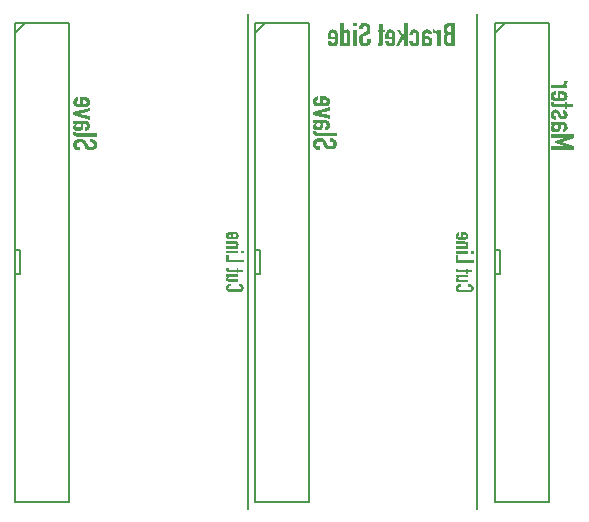
<source format=gbr>
%TF.GenerationSoftware,KiCad,Pcbnew,8.0.5*%
%TF.CreationDate,2024-10-24T14:08:13-04:00*%
%TF.ProjectId,SLI Interconnect PCB,534c4920-496e-4746-9572-636f6e6e6563,rev?*%
%TF.SameCoordinates,Original*%
%TF.FileFunction,Legend,Bot*%
%TF.FilePolarity,Positive*%
%FSLAX46Y46*%
G04 Gerber Fmt 4.6, Leading zero omitted, Abs format (unit mm)*
G04 Created by KiCad (PCBNEW 8.0.5) date 2024-10-24 14:08:13*
%MOMM*%
%LPD*%
G01*
G04 APERTURE LIST*
%ADD10C,0.150000*%
%ADD11C,0.200000*%
%ADD12C,0.152000*%
G04 APERTURE END LIST*
D10*
X157830000Y-79697500D02*
X157830000Y-121622500D01*
D11*
X159407807Y-99735541D02*
X159844751Y-99735541D01*
X159844751Y-101735541D01*
X159407807Y-101735541D01*
X159407807Y-99735541D01*
D10*
X138480000Y-79697500D02*
X138480000Y-121622500D01*
D11*
X139086702Y-99739242D02*
X139523646Y-99739242D01*
X139523646Y-101739242D01*
X139086702Y-101739242D01*
X139086702Y-99739242D01*
X118766343Y-99739539D02*
X119203912Y-99739539D01*
X119203912Y-101739539D01*
X118766343Y-101739539D01*
X118766343Y-99739539D01*
D12*
G36*
X125105631Y-90313921D02*
G01*
X125105631Y-90599685D01*
X125169623Y-90599685D01*
X125271031Y-90613596D01*
X125338150Y-90643649D01*
X125399440Y-90722074D01*
X125409469Y-90791660D01*
X125386999Y-90882030D01*
X125331311Y-90937718D01*
X125248757Y-90967027D01*
X125153014Y-90974842D01*
X125054829Y-90970935D01*
X124984975Y-90950418D01*
X124931730Y-90902547D01*
X124887766Y-90817550D01*
X124801304Y-90605059D01*
X124758932Y-90516891D01*
X124715819Y-90455582D01*
X124641495Y-90388541D01*
X124602979Y-90365701D01*
X124507580Y-90334796D01*
X124451060Y-90325157D01*
X124347866Y-90316072D01*
X124257131Y-90313921D01*
X124158429Y-90318033D01*
X124058625Y-90331657D01*
X124024612Y-90338834D01*
X123930839Y-90368952D01*
X123841430Y-90419434D01*
X123767900Y-90491918D01*
X123718820Y-90572819D01*
X123686914Y-90670435D01*
X123675063Y-90769969D01*
X123674368Y-90803384D01*
X123683405Y-90902669D01*
X123710516Y-90995359D01*
X123757162Y-91082789D01*
X123811144Y-91148255D01*
X123890176Y-91211899D01*
X123960621Y-91249860D01*
X124055722Y-91279209D01*
X124146734Y-91287473D01*
X124252735Y-91287473D01*
X124252735Y-91001709D01*
X124163831Y-91001709D01*
X124067770Y-90982144D01*
X124022658Y-90956280D01*
X123967520Y-90869937D01*
X123960132Y-90803384D01*
X123975086Y-90705161D01*
X123981137Y-90692009D01*
X124040732Y-90629972D01*
X124134521Y-90604082D01*
X124235063Y-90599793D01*
X124255666Y-90599685D01*
X124353381Y-90602461D01*
X124383649Y-90605059D01*
X124464738Y-90626552D01*
X124515052Y-90676866D01*
X124557062Y-90759909D01*
X124640593Y-90958722D01*
X124686969Y-91050252D01*
X124747381Y-91130108D01*
X124824633Y-91191392D01*
X124839895Y-91199546D01*
X124932643Y-91234310D01*
X125029882Y-91253391D01*
X125127920Y-91260368D01*
X125151060Y-91260607D01*
X125253113Y-91254059D01*
X125350443Y-91234417D01*
X125363063Y-91230809D01*
X125456730Y-91192951D01*
X125536475Y-91139951D01*
X125605018Y-91069883D01*
X125651758Y-90993405D01*
X125684364Y-90895464D01*
X125695063Y-90795740D01*
X125695233Y-90780425D01*
X125685464Y-90680774D01*
X125656154Y-90589916D01*
X125607464Y-90504667D01*
X125552595Y-90440439D01*
X125474178Y-90379281D01*
X125379705Y-90334802D01*
X125277505Y-90315033D01*
X125245338Y-90313921D01*
X125105631Y-90313921D01*
G37*
G36*
X125690837Y-90120969D02*
G01*
X125690837Y-89835205D01*
X124093489Y-89835205D01*
X123994960Y-89816502D01*
X123982114Y-89806873D01*
X123945841Y-89713313D01*
X123944012Y-89698918D01*
X123674368Y-89698918D01*
X123678780Y-89796688D01*
X123690000Y-89873796D01*
X123722497Y-89966270D01*
X123749595Y-90007152D01*
X123824633Y-90070814D01*
X123869274Y-90091660D01*
X123965203Y-90114529D01*
X124065113Y-90120941D01*
X124072972Y-90120969D01*
X125690837Y-90120969D01*
G37*
G36*
X124766625Y-88764631D02*
G01*
X124862854Y-88791311D01*
X124921289Y-88819819D01*
X125001584Y-88881681D01*
X125039136Y-88928828D01*
X125084626Y-89019923D01*
X125103660Y-89091316D01*
X125112470Y-89189427D01*
X125106392Y-89272027D01*
X125080718Y-89367236D01*
X125053676Y-89423427D01*
X124994256Y-89503035D01*
X124971922Y-89524161D01*
X124888422Y-89579574D01*
X124790992Y-89611898D01*
X124691395Y-89621249D01*
X124691395Y-89349651D01*
X124711369Y-89344437D01*
X124792023Y-89289078D01*
X124798221Y-89280287D01*
X124826706Y-89186008D01*
X124825597Y-89161896D01*
X124781277Y-89074145D01*
X124763565Y-89063520D01*
X124666971Y-89042882D01*
X124525799Y-89042882D01*
X124534103Y-89084891D01*
X124534103Y-89118597D01*
X124534103Y-89149371D01*
X124534103Y-89180635D01*
X124533845Y-89205406D01*
X124526775Y-89303122D01*
X124504794Y-89401919D01*
X124478621Y-89462117D01*
X124416378Y-89540160D01*
X124356819Y-89580057D01*
X124263482Y-89612944D01*
X124252010Y-89615310D01*
X124151992Y-89628744D01*
X124052456Y-89632484D01*
X123957768Y-89626874D01*
X123860481Y-89603175D01*
X123825554Y-89587146D01*
X123747152Y-89525505D01*
X123737070Y-89513476D01*
X123690000Y-89425854D01*
X123689038Y-89422619D01*
X123674368Y-89323272D01*
X123679274Y-89257501D01*
X123702207Y-89197732D01*
X123924473Y-89197732D01*
X123926276Y-89223028D01*
X123975764Y-89307641D01*
X124011131Y-89328249D01*
X124110097Y-89346720D01*
X124187423Y-89337446D01*
X124270809Y-89280774D01*
X124299590Y-89222679D01*
X124315261Y-89121528D01*
X124306468Y-89042882D01*
X124109609Y-89042882D01*
X124063043Y-89046127D01*
X123972833Y-89083914D01*
X123953989Y-89103219D01*
X123924473Y-89197732D01*
X123702207Y-89197732D01*
X123715889Y-89162072D01*
X123759139Y-89111916D01*
X123835080Y-89048255D01*
X123835080Y-89042882D01*
X123690000Y-89042882D01*
X123690000Y-88757117D01*
X124668436Y-88757117D01*
X124766625Y-88764631D01*
G37*
G36*
X125096838Y-87688799D02*
G01*
X123690000Y-88058094D01*
X123690000Y-88310153D01*
X125096838Y-88679937D01*
X125096838Y-88377564D01*
X124198025Y-88187055D01*
X124198025Y-88181193D01*
X125096838Y-87991172D01*
X125096838Y-87688799D01*
G37*
G36*
X124707716Y-86766544D02*
G01*
X124805617Y-86781292D01*
X124902522Y-86818434D01*
X124986929Y-86877424D01*
X125030364Y-86926621D01*
X125078764Y-87012735D01*
X125102957Y-87091353D01*
X125112470Y-87190055D01*
X125111600Y-87222891D01*
X125096753Y-87320961D01*
X125056782Y-87417690D01*
X125053297Y-87423479D01*
X124992547Y-87500122D01*
X124910237Y-87560816D01*
X124877637Y-87576581D01*
X124782742Y-87602826D01*
X124726894Y-87609672D01*
X124624961Y-87614061D01*
X124161388Y-87614061D01*
X124104454Y-87612733D01*
X124004096Y-87602826D01*
X123968986Y-87595987D01*
X123876113Y-87560816D01*
X123870439Y-87557659D01*
X123789258Y-87495606D01*
X123729567Y-87417690D01*
X123713665Y-87387403D01*
X123683478Y-87292194D01*
X123674368Y-87190055D01*
X123680726Y-87108310D01*
X123707585Y-87014200D01*
X123736001Y-86958673D01*
X123798932Y-86879867D01*
X123820904Y-86859439D01*
X123903259Y-86805858D01*
X123999640Y-86774603D01*
X124098374Y-86765561D01*
X124098374Y-87051325D01*
X124006050Y-87083077D01*
X123990445Y-87094875D01*
X123960132Y-87190055D01*
X123960269Y-87197892D01*
X123995303Y-87291172D01*
X124002251Y-87297806D01*
X124096420Y-87328297D01*
X124283998Y-87328297D01*
X124502840Y-87328297D01*
X124664528Y-87328297D01*
X124693660Y-87326992D01*
X124786161Y-87291172D01*
X124793407Y-87283892D01*
X124826706Y-87190055D01*
X124826349Y-87178293D01*
X124786161Y-87088939D01*
X124760346Y-87070757D01*
X124664528Y-87051325D01*
X124502840Y-87051325D01*
X124502840Y-87328297D01*
X124283998Y-87328297D01*
X124283998Y-86765561D01*
X124672833Y-86765561D01*
X124707716Y-86766544D01*
G37*
G36*
X156501448Y-102606841D02*
G01*
X156409124Y-102606841D01*
X156333544Y-102615071D01*
X156277965Y-102632853D01*
X156212599Y-102667964D01*
X156167690Y-102703927D01*
X156119956Y-102760316D01*
X156091486Y-102810906D01*
X156068675Y-102882338D01*
X156063276Y-102942064D01*
X156069716Y-103018199D01*
X156079762Y-103064430D01*
X156108558Y-103133692D01*
X156138381Y-103176171D01*
X156193198Y-103226661D01*
X156246092Y-103258237D01*
X156316046Y-103281115D01*
X156389827Y-103289612D01*
X156414986Y-103290110D01*
X157235642Y-103290110D01*
X157310495Y-103283183D01*
X157371563Y-103265564D01*
X157437006Y-103231045D01*
X157480373Y-103195222D01*
X157528086Y-103134463D01*
X157552547Y-103086045D01*
X157573129Y-103015267D01*
X157578925Y-102946461D01*
X157571129Y-102866991D01*
X157547742Y-102796331D01*
X157503471Y-102728153D01*
X157480373Y-102703927D01*
X157420404Y-102659079D01*
X157366067Y-102632853D01*
X157292874Y-102612556D01*
X157222452Y-102606841D01*
X157138921Y-102606841D01*
X157138921Y-102821164D01*
X157209996Y-102821164D01*
X157284964Y-102835995D01*
X157318440Y-102855602D01*
X157360950Y-102917261D01*
X157364602Y-102948292D01*
X157347295Y-103021443D01*
X157315509Y-103050508D01*
X157243839Y-103072232D01*
X157190945Y-103075787D01*
X156430373Y-103075787D01*
X156357472Y-103065197D01*
X156321563Y-103048676D01*
X156281077Y-102986844D01*
X156277599Y-102950491D01*
X156284926Y-102907260D01*
X156309106Y-102863662D01*
X156354902Y-102833254D01*
X156428175Y-102821164D01*
X156501448Y-102821164D01*
X156501448Y-102606841D01*
G37*
G36*
X157130129Y-101799374D02*
G01*
X156075000Y-101799374D01*
X156075000Y-102013697D01*
X156178314Y-102013697D01*
X156178314Y-102017727D01*
X156119845Y-102067323D01*
X156095516Y-102097961D01*
X156067810Y-102166597D01*
X156063276Y-102217396D01*
X156074868Y-102291584D01*
X156076465Y-102296530D01*
X156115477Y-102361326D01*
X156121161Y-102367239D01*
X156183616Y-102409620D01*
X156201395Y-102417064D01*
X156275139Y-102433541D01*
X156321196Y-102435749D01*
X157130129Y-102435749D01*
X157130129Y-102221426D01*
X156401796Y-102221426D01*
X156328775Y-102206382D01*
X156310572Y-102194681D01*
X156277889Y-102127551D01*
X156277599Y-102118477D01*
X156300184Y-102047977D01*
X156314602Y-102036412D01*
X156385543Y-102015494D01*
X156422679Y-102013697D01*
X157130129Y-102013697D01*
X157130129Y-101799374D01*
G37*
G36*
X157130129Y-101622786D02*
G01*
X157470115Y-101622786D01*
X157470115Y-101408463D01*
X157130129Y-101408463D01*
X157130129Y-101291227D01*
X156965997Y-101291227D01*
X156965997Y-101408463D01*
X156391538Y-101408463D01*
X156334019Y-101401869D01*
X156303611Y-101380620D01*
X156291154Y-101344350D01*
X156289323Y-101291227D01*
X156075000Y-101291227D01*
X156075000Y-101375857D01*
X156083007Y-101451251D01*
X156097714Y-101493460D01*
X156141381Y-101555329D01*
X156156332Y-101568565D01*
X156222822Y-101605475D01*
X156236566Y-101609964D01*
X156310262Y-101622473D01*
X156323394Y-101622786D01*
X156965997Y-101622786D01*
X156965997Y-101736726D01*
X157130129Y-101736726D01*
X157130129Y-101622786D01*
G37*
G36*
X156075000Y-100801764D02*
G01*
X157575628Y-100801764D01*
X157575628Y-100587441D01*
X156289323Y-100587441D01*
X156289323Y-100168687D01*
X156075000Y-100168687D01*
X156075000Y-100801764D01*
G37*
G36*
X156075000Y-100025072D02*
G01*
X157130129Y-100025072D01*
X157130129Y-99810749D01*
X156075000Y-99810749D01*
X156075000Y-100025072D01*
G37*
G36*
X157361304Y-100025072D02*
G01*
X157575628Y-100025072D01*
X157575628Y-99810749D01*
X157361304Y-99810749D01*
X157361304Y-100025072D01*
G37*
G36*
X156075000Y-99635260D02*
G01*
X157130129Y-99635260D01*
X157130129Y-99420937D01*
X157026814Y-99420937D01*
X157026814Y-99416541D01*
X157084960Y-99367103D01*
X157109246Y-99336673D01*
X157137267Y-99268037D01*
X157141852Y-99217239D01*
X157129938Y-99143050D01*
X157128297Y-99138104D01*
X157089285Y-99073309D01*
X157083600Y-99067396D01*
X157021145Y-99025015D01*
X157003367Y-99017570D01*
X156929946Y-99001093D01*
X156883932Y-98998886D01*
X156075000Y-98998886D01*
X156075000Y-99213209D01*
X156803332Y-99213209D01*
X156876147Y-99228252D01*
X156894190Y-99239953D01*
X156927236Y-99306782D01*
X156927529Y-99315791D01*
X156904721Y-99386514D01*
X156890160Y-99398223D01*
X156819556Y-99419140D01*
X156782449Y-99420937D01*
X156075000Y-99420937D01*
X156075000Y-99635260D01*
G37*
G36*
X156838287Y-98206811D02*
G01*
X156911713Y-98217871D01*
X156984391Y-98245728D01*
X157047697Y-98289971D01*
X157080273Y-98326868D01*
X157116573Y-98391454D01*
X157134718Y-98450417D01*
X157141852Y-98524444D01*
X157141200Y-98549070D01*
X157130065Y-98622623D01*
X157100087Y-98695170D01*
X157097473Y-98699511D01*
X157051910Y-98756994D01*
X156990177Y-98802514D01*
X156965728Y-98814338D01*
X156894556Y-98834022D01*
X156852671Y-98839156D01*
X156776221Y-98842448D01*
X156428541Y-98842448D01*
X156385840Y-98841452D01*
X156310572Y-98834022D01*
X156284239Y-98828893D01*
X156214584Y-98802514D01*
X156210329Y-98800147D01*
X156149444Y-98753607D01*
X156104675Y-98695170D01*
X156092748Y-98672454D01*
X156070108Y-98601048D01*
X156063276Y-98524444D01*
X156068044Y-98463135D01*
X156088189Y-98392553D01*
X156109501Y-98350907D01*
X156156699Y-98291803D01*
X156173178Y-98276482D01*
X156234944Y-98236296D01*
X156307230Y-98212855D01*
X156381280Y-98206073D01*
X156381280Y-98420396D01*
X156312037Y-98444210D01*
X156300334Y-98453059D01*
X156277599Y-98524444D01*
X156277702Y-98530321D01*
X156303977Y-98600281D01*
X156309188Y-98605257D01*
X156379815Y-98628125D01*
X156520498Y-98628125D01*
X156684630Y-98628125D01*
X156805896Y-98628125D01*
X156827745Y-98627146D01*
X156897121Y-98600281D01*
X156902555Y-98594821D01*
X156927529Y-98524444D01*
X156927262Y-98515622D01*
X156897121Y-98448606D01*
X156877759Y-98434970D01*
X156805896Y-98420396D01*
X156684630Y-98420396D01*
X156684630Y-98628125D01*
X156520498Y-98628125D01*
X156520498Y-98206073D01*
X156812124Y-98206073D01*
X156838287Y-98206811D01*
G37*
G36*
X155969894Y-82460000D02*
G01*
X155574709Y-82460000D01*
X155539836Y-82459446D01*
X155442452Y-82451146D01*
X155342555Y-82428873D01*
X155246475Y-82386817D01*
X155161450Y-82318339D01*
X155145775Y-82300144D01*
X155093186Y-82217636D01*
X155056779Y-82119557D01*
X155038196Y-82020966D01*
X155032002Y-81910453D01*
X155032002Y-81830830D01*
X155317766Y-81830830D01*
X155318132Y-81867253D01*
X155323628Y-81968094D01*
X155324803Y-81979759D01*
X155353425Y-82077027D01*
X155355035Y-82079847D01*
X155427187Y-82148346D01*
X155464936Y-82163086D01*
X155562009Y-82174235D01*
X155684130Y-82174235D01*
X155684130Y-81522107D01*
X155559078Y-81522107D01*
X155531034Y-81522760D01*
X155434514Y-81540669D01*
X155359287Y-81598799D01*
X155357746Y-81601349D01*
X155326070Y-81696496D01*
X155322056Y-81730229D01*
X155317766Y-81830830D01*
X155032002Y-81830830D01*
X155032002Y-81796636D01*
X155033788Y-81738407D01*
X155048076Y-81636374D01*
X155082804Y-81541646D01*
X155089317Y-81530159D01*
X155152393Y-81455198D01*
X155240585Y-81399986D01*
X155154389Y-81342949D01*
X155085247Y-81266629D01*
X155082001Y-81261324D01*
X155045679Y-81168932D01*
X155038466Y-81131694D01*
X155032002Y-81032644D01*
X155032002Y-81002847D01*
X155317766Y-81002847D01*
X155317813Y-81011028D01*
X155328392Y-81112649D01*
X155366126Y-81203614D01*
X155369240Y-81207822D01*
X155456618Y-81260716D01*
X155556635Y-81272002D01*
X155684130Y-81272002D01*
X155684130Y-80744926D01*
X155567382Y-80744926D01*
X155558614Y-80744990D01*
X155460259Y-80757362D01*
X155371988Y-80809895D01*
X155328144Y-80902682D01*
X155317766Y-81002847D01*
X155032002Y-81002847D01*
X155032002Y-80959860D01*
X155038012Y-80870229D01*
X155059357Y-80772281D01*
X155089597Y-80697135D01*
X155148261Y-80612058D01*
X155219702Y-80549654D01*
X155308973Y-80501172D01*
X155347235Y-80486895D01*
X155447733Y-80465070D01*
X155546377Y-80459162D01*
X155969894Y-80459162D01*
X155969894Y-82460000D01*
G37*
G36*
X154777989Y-82460000D02*
G01*
X154777989Y-81053161D01*
X154492225Y-81053161D01*
X154492225Y-81205080D01*
X154412834Y-81139213D01*
X154329807Y-81085281D01*
X154324674Y-81082470D01*
X154232595Y-81048764D01*
X154128968Y-81037573D01*
X154121464Y-81037529D01*
X154121464Y-81339902D01*
X154206461Y-81323293D01*
X154301227Y-81338436D01*
X154387895Y-81384862D01*
X154393062Y-81389239D01*
X154455775Y-81465888D01*
X154464870Y-81483517D01*
X154490061Y-81581462D01*
X154492225Y-81627620D01*
X154492225Y-82460000D01*
X154777989Y-82460000D01*
G37*
G36*
X153719975Y-81043607D02*
G01*
X153815184Y-81069281D01*
X153871375Y-81096323D01*
X153950983Y-81155743D01*
X153972109Y-81178077D01*
X154027521Y-81261577D01*
X154059845Y-81359007D01*
X154069196Y-81458604D01*
X153797598Y-81458604D01*
X153792384Y-81438630D01*
X153737026Y-81357976D01*
X153728235Y-81351778D01*
X153633956Y-81323293D01*
X153609844Y-81324402D01*
X153522092Y-81368722D01*
X153511468Y-81386434D01*
X153490829Y-81483028D01*
X153490829Y-81624200D01*
X153532839Y-81615896D01*
X153566545Y-81615896D01*
X153597319Y-81615896D01*
X153628582Y-81615896D01*
X153653353Y-81616154D01*
X153751070Y-81623224D01*
X153849866Y-81645205D01*
X153910064Y-81671378D01*
X153988108Y-81733621D01*
X154028005Y-81793180D01*
X154060892Y-81886517D01*
X154063258Y-81897989D01*
X154076692Y-81998007D01*
X154080431Y-82097543D01*
X154074822Y-82192231D01*
X154051122Y-82289518D01*
X154035094Y-82324445D01*
X153973453Y-82402847D01*
X153961424Y-82412929D01*
X153873802Y-82460000D01*
X153870567Y-82460961D01*
X153771220Y-82475631D01*
X153705449Y-82470725D01*
X153610020Y-82434110D01*
X153559864Y-82390860D01*
X153496203Y-82314919D01*
X153490829Y-82314919D01*
X153490829Y-82460000D01*
X153205065Y-82460000D01*
X153205065Y-81843531D01*
X153490829Y-81843531D01*
X153490829Y-82040390D01*
X153494075Y-82086956D01*
X153531862Y-82177166D01*
X153551166Y-82196010D01*
X153645679Y-82225526D01*
X153670976Y-82223723D01*
X153755589Y-82174235D01*
X153776197Y-82138868D01*
X153794667Y-82039902D01*
X153785394Y-81962576D01*
X153728722Y-81879190D01*
X153670626Y-81850409D01*
X153569475Y-81834738D01*
X153490829Y-81843531D01*
X153205065Y-81843531D01*
X153205065Y-81481563D01*
X153212578Y-81383374D01*
X153239259Y-81287145D01*
X153267767Y-81228710D01*
X153329629Y-81148415D01*
X153376775Y-81110863D01*
X153467870Y-81065373D01*
X153539264Y-81046339D01*
X153637375Y-81037529D01*
X153719975Y-81043607D01*
G37*
G36*
X152696552Y-82052114D02*
G01*
X152666061Y-82147251D01*
X152659427Y-82154207D01*
X152566147Y-82189728D01*
X152558310Y-82189867D01*
X152463130Y-82158909D01*
X152451332Y-82142972D01*
X152419580Y-82049672D01*
X152133816Y-82049672D01*
X152142858Y-82148878D01*
X152174113Y-82245602D01*
X152227694Y-82328110D01*
X152248122Y-82350090D01*
X152326928Y-82413860D01*
X152382455Y-82442414D01*
X152476565Y-82469273D01*
X152558310Y-82475631D01*
X152660448Y-82466521D01*
X152755657Y-82436334D01*
X152785944Y-82420432D01*
X152863861Y-82360741D01*
X152925914Y-82279560D01*
X152929071Y-82273886D01*
X152964242Y-82181013D01*
X152971080Y-82145903D01*
X152980988Y-82045545D01*
X152982316Y-81988611D01*
X152982316Y-81525038D01*
X152977927Y-81423105D01*
X152971080Y-81367257D01*
X152944836Y-81272362D01*
X152929071Y-81239762D01*
X152868376Y-81157452D01*
X152791733Y-81096702D01*
X152785944Y-81093217D01*
X152689216Y-81053246D01*
X152591145Y-81038399D01*
X152558310Y-81037529D01*
X152459608Y-81047042D01*
X152380990Y-81071235D01*
X152294876Y-81119635D01*
X152245679Y-81163070D01*
X152186689Y-81248574D01*
X152149547Y-81348771D01*
X152134799Y-81451510D01*
X152133816Y-81488401D01*
X152419580Y-81488401D01*
X152439011Y-81389238D01*
X152457194Y-81363349D01*
X152546548Y-81323645D01*
X152558310Y-81323293D01*
X152652147Y-81356191D01*
X152659427Y-81363349D01*
X152695246Y-81454412D01*
X152696552Y-81483028D01*
X152696552Y-82052114D01*
G37*
G36*
X151979943Y-82460000D02*
G01*
X151979943Y-80459162D01*
X151694179Y-80459162D01*
X151694179Y-81666210D01*
X151688317Y-81666210D01*
X151343935Y-81053161D01*
X151058171Y-81053161D01*
X151397180Y-81624689D01*
X150988317Y-82460000D01*
X151298994Y-82460000D01*
X151556914Y-81852323D01*
X151694179Y-82065792D01*
X151694179Y-82460000D01*
X151979943Y-82460000D01*
G37*
G36*
X150564907Y-81038399D02*
G01*
X150662977Y-81053246D01*
X150759706Y-81093217D01*
X150765495Y-81096702D01*
X150842138Y-81157452D01*
X150902832Y-81239762D01*
X150918597Y-81272362D01*
X150944842Y-81367257D01*
X150951688Y-81423105D01*
X150956077Y-81525038D01*
X150956077Y-81988611D01*
X150954749Y-82045545D01*
X150944842Y-82145903D01*
X150938003Y-82181013D01*
X150902832Y-82273886D01*
X150899676Y-82279560D01*
X150837623Y-82360741D01*
X150759706Y-82420432D01*
X150729419Y-82436334D01*
X150634210Y-82466521D01*
X150532071Y-82475631D01*
X150450326Y-82469273D01*
X150356217Y-82442414D01*
X150300689Y-82413998D01*
X150221883Y-82351067D01*
X150201455Y-82329095D01*
X150147875Y-82246740D01*
X150116619Y-82150359D01*
X150107577Y-82051625D01*
X150393341Y-82051625D01*
X150425093Y-82143949D01*
X150436891Y-82159554D01*
X150532071Y-82189867D01*
X150539908Y-82189730D01*
X150633188Y-82154696D01*
X150639823Y-82147748D01*
X150670313Y-82053579D01*
X150670313Y-81866001D01*
X150107577Y-81866001D01*
X150107577Y-81485471D01*
X150393341Y-81485471D01*
X150393341Y-81647159D01*
X150670313Y-81647159D01*
X150670313Y-81485471D01*
X150669008Y-81456339D01*
X150633188Y-81363838D01*
X150625908Y-81356592D01*
X150532071Y-81323293D01*
X150520309Y-81323650D01*
X150430955Y-81363838D01*
X150412773Y-81389653D01*
X150393341Y-81485471D01*
X150107577Y-81485471D01*
X150107577Y-81477166D01*
X150108561Y-81442283D01*
X150123308Y-81344382D01*
X150160450Y-81247477D01*
X150219441Y-81163070D01*
X150268637Y-81119635D01*
X150354751Y-81071235D01*
X150433369Y-81047042D01*
X150532071Y-81037529D01*
X150564907Y-81038399D01*
G37*
G36*
X149893621Y-81053161D02*
G01*
X149893621Y-80599846D01*
X149607856Y-80599846D01*
X149607856Y-81053161D01*
X149451541Y-81053161D01*
X149451541Y-81272002D01*
X149607856Y-81272002D01*
X149607856Y-82037948D01*
X149599064Y-82114640D01*
X149570732Y-82155184D01*
X149522371Y-82171793D01*
X149451541Y-82174235D01*
X149451541Y-82460000D01*
X149564381Y-82460000D01*
X149664907Y-82449322D01*
X149721185Y-82429713D01*
X149803677Y-82371491D01*
X149821325Y-82351556D01*
X149870539Y-82262903D01*
X149876524Y-82244577D01*
X149893203Y-82146316D01*
X149893621Y-82128806D01*
X149893621Y-81272002D01*
X150045540Y-81272002D01*
X150045540Y-81053161D01*
X149893621Y-81053161D01*
G37*
G36*
X147887898Y-81044368D02*
G01*
X148173662Y-81044368D01*
X148173662Y-80980376D01*
X148187573Y-80878968D01*
X148217626Y-80811849D01*
X148296051Y-80750559D01*
X148365637Y-80740530D01*
X148456007Y-80763000D01*
X148511695Y-80818688D01*
X148541004Y-80901242D01*
X148548819Y-80996985D01*
X148544912Y-81095170D01*
X148524395Y-81165024D01*
X148476524Y-81218269D01*
X148391527Y-81262233D01*
X148179036Y-81348695D01*
X148090868Y-81391067D01*
X148029559Y-81434180D01*
X147962518Y-81508504D01*
X147939678Y-81547020D01*
X147908773Y-81642419D01*
X147899134Y-81698939D01*
X147890049Y-81802133D01*
X147887898Y-81892868D01*
X147892010Y-81991570D01*
X147905634Y-82091374D01*
X147912811Y-82125387D01*
X147942929Y-82219160D01*
X147993411Y-82308569D01*
X148065895Y-82382099D01*
X148146796Y-82431179D01*
X148244412Y-82463085D01*
X148343946Y-82474936D01*
X148377361Y-82475631D01*
X148476646Y-82466594D01*
X148569336Y-82439483D01*
X148656766Y-82392837D01*
X148722232Y-82338855D01*
X148785876Y-82259823D01*
X148823837Y-82189378D01*
X148853186Y-82094277D01*
X148861450Y-82003265D01*
X148861450Y-81897264D01*
X148575686Y-81897264D01*
X148575686Y-81986168D01*
X148556121Y-82082229D01*
X148530257Y-82127341D01*
X148443914Y-82182479D01*
X148377361Y-82189867D01*
X148279138Y-82174913D01*
X148265986Y-82168862D01*
X148203949Y-82109267D01*
X148178059Y-82015478D01*
X148173770Y-81914936D01*
X148173662Y-81894333D01*
X148176438Y-81796618D01*
X148179036Y-81766350D01*
X148200529Y-81685261D01*
X148250843Y-81634947D01*
X148333886Y-81592937D01*
X148532699Y-81509406D01*
X148624229Y-81463030D01*
X148704085Y-81402618D01*
X148765369Y-81325366D01*
X148773523Y-81310104D01*
X148808287Y-81217356D01*
X148827368Y-81120117D01*
X148834345Y-81022079D01*
X148834584Y-80998939D01*
X148828036Y-80896886D01*
X148808394Y-80799556D01*
X148804786Y-80786936D01*
X148766928Y-80693269D01*
X148713928Y-80613524D01*
X148643860Y-80544981D01*
X148567382Y-80498241D01*
X148469441Y-80465635D01*
X148369717Y-80454936D01*
X148354402Y-80454766D01*
X148254751Y-80464535D01*
X148163893Y-80493845D01*
X148078644Y-80542535D01*
X148014416Y-80597404D01*
X147953258Y-80675821D01*
X147908779Y-80770294D01*
X147889010Y-80872494D01*
X147887898Y-80904661D01*
X147887898Y-81044368D01*
G37*
G36*
X147663683Y-82460000D02*
G01*
X147663683Y-81053161D01*
X147377919Y-81053161D01*
X147377919Y-82460000D01*
X147663683Y-82460000D01*
G37*
G36*
X147663683Y-80744926D02*
G01*
X147663683Y-80459162D01*
X147377919Y-80459162D01*
X147377919Y-80744926D01*
X147663683Y-80744926D01*
G37*
G36*
X146581199Y-81183098D02*
G01*
X146616247Y-81138605D01*
X146695016Y-81075143D01*
X146746719Y-81052222D01*
X146844493Y-81037529D01*
X146911413Y-81041801D01*
X147004228Y-81073677D01*
X147043824Y-81102110D01*
X147105931Y-81180330D01*
X147135630Y-81281284D01*
X147137577Y-81300716D01*
X147142767Y-81403176D01*
X147143935Y-81505987D01*
X147143935Y-82040879D01*
X147142080Y-82127836D01*
X147132699Y-82226503D01*
X147128866Y-82247502D01*
X147097040Y-82342763D01*
X147043144Y-82412830D01*
X146950637Y-82462656D01*
X146850355Y-82475631D01*
X146758519Y-82464884D01*
X146689154Y-82434110D01*
X146633467Y-82389169D01*
X146581199Y-82332505D01*
X146581199Y-82460000D01*
X146295435Y-82460000D01*
X146295435Y-81475212D01*
X146581199Y-81475212D01*
X146581199Y-82020362D01*
X146583046Y-82052750D01*
X146619789Y-82145903D01*
X146629704Y-82157238D01*
X146720906Y-82194263D01*
X146738140Y-82193447D01*
X146825442Y-82141995D01*
X146844075Y-82101800D01*
X146858171Y-82003265D01*
X146858171Y-81488890D01*
X146857467Y-81468547D01*
X146829350Y-81373119D01*
X146814310Y-81353704D01*
X146720906Y-81323293D01*
X146709821Y-81323671D01*
X146621255Y-81366280D01*
X146609715Y-81380274D01*
X146581199Y-81475212D01*
X146295435Y-81475212D01*
X146295435Y-80459162D01*
X146581199Y-80459162D01*
X146581199Y-81183098D01*
G37*
G36*
X145695681Y-81038399D02*
G01*
X145793752Y-81053246D01*
X145890480Y-81093217D01*
X145896269Y-81096702D01*
X145972912Y-81157452D01*
X146033607Y-81239762D01*
X146049372Y-81272362D01*
X146075616Y-81367257D01*
X146082463Y-81423105D01*
X146086852Y-81525038D01*
X146086852Y-81988611D01*
X146085524Y-82045545D01*
X146075616Y-82145903D01*
X146068778Y-82181013D01*
X146033607Y-82273886D01*
X146030450Y-82279560D01*
X145968397Y-82360741D01*
X145890480Y-82420432D01*
X145860193Y-82436334D01*
X145764984Y-82466521D01*
X145662846Y-82475631D01*
X145581101Y-82469273D01*
X145486991Y-82442414D01*
X145431464Y-82413998D01*
X145352658Y-82351067D01*
X145332230Y-82329095D01*
X145278649Y-82246740D01*
X145247394Y-82150359D01*
X145238352Y-82051625D01*
X145524116Y-82051625D01*
X145555868Y-82143949D01*
X145567666Y-82159554D01*
X145662846Y-82189867D01*
X145670683Y-82189730D01*
X145763963Y-82154696D01*
X145770597Y-82147748D01*
X145801087Y-82053579D01*
X145801087Y-81866001D01*
X145238352Y-81866001D01*
X145238352Y-81485471D01*
X145524116Y-81485471D01*
X145524116Y-81647159D01*
X145801087Y-81647159D01*
X145801087Y-81485471D01*
X145799782Y-81456339D01*
X145763963Y-81363838D01*
X145756682Y-81356592D01*
X145662846Y-81323293D01*
X145651084Y-81323650D01*
X145561729Y-81363838D01*
X145543547Y-81389653D01*
X145524116Y-81485471D01*
X145238352Y-81485471D01*
X145238352Y-81477166D01*
X145239335Y-81442283D01*
X145254083Y-81344382D01*
X145291225Y-81247477D01*
X145350215Y-81163070D01*
X145399411Y-81119635D01*
X145485526Y-81071235D01*
X145564144Y-81047042D01*
X145662846Y-81037529D01*
X145695681Y-81038399D01*
G37*
G36*
X137041448Y-102576841D02*
G01*
X136949124Y-102576841D01*
X136873544Y-102585071D01*
X136817965Y-102602853D01*
X136752599Y-102637964D01*
X136707690Y-102673927D01*
X136659956Y-102730316D01*
X136631486Y-102780906D01*
X136608675Y-102852338D01*
X136603276Y-102912064D01*
X136609716Y-102988199D01*
X136619762Y-103034430D01*
X136648558Y-103103692D01*
X136678381Y-103146171D01*
X136733198Y-103196661D01*
X136786092Y-103228237D01*
X136856046Y-103251115D01*
X136929827Y-103259612D01*
X136954986Y-103260110D01*
X137775642Y-103260110D01*
X137850495Y-103253183D01*
X137911563Y-103235564D01*
X137977006Y-103201045D01*
X138020373Y-103165222D01*
X138068086Y-103104463D01*
X138092547Y-103056045D01*
X138113129Y-102985267D01*
X138118925Y-102916461D01*
X138111129Y-102836991D01*
X138087742Y-102766331D01*
X138043471Y-102698153D01*
X138020373Y-102673927D01*
X137960404Y-102629079D01*
X137906067Y-102602853D01*
X137832874Y-102582556D01*
X137762452Y-102576841D01*
X137678921Y-102576841D01*
X137678921Y-102791164D01*
X137749996Y-102791164D01*
X137824964Y-102805995D01*
X137858440Y-102825602D01*
X137900950Y-102887261D01*
X137904602Y-102918292D01*
X137887295Y-102991443D01*
X137855509Y-103020508D01*
X137783839Y-103042232D01*
X137730945Y-103045787D01*
X136970373Y-103045787D01*
X136897472Y-103035197D01*
X136861563Y-103018676D01*
X136821077Y-102956844D01*
X136817599Y-102920491D01*
X136824926Y-102877260D01*
X136849106Y-102833662D01*
X136894902Y-102803254D01*
X136968175Y-102791164D01*
X137041448Y-102791164D01*
X137041448Y-102576841D01*
G37*
G36*
X137670129Y-101769374D02*
G01*
X136615000Y-101769374D01*
X136615000Y-101983697D01*
X136718314Y-101983697D01*
X136718314Y-101987727D01*
X136659845Y-102037323D01*
X136635516Y-102067961D01*
X136607810Y-102136597D01*
X136603276Y-102187396D01*
X136614868Y-102261584D01*
X136616465Y-102266530D01*
X136655477Y-102331326D01*
X136661161Y-102337239D01*
X136723616Y-102379620D01*
X136741395Y-102387064D01*
X136815139Y-102403541D01*
X136861196Y-102405749D01*
X137670129Y-102405749D01*
X137670129Y-102191426D01*
X136941796Y-102191426D01*
X136868775Y-102176382D01*
X136850572Y-102164681D01*
X136817889Y-102097551D01*
X136817599Y-102088477D01*
X136840184Y-102017977D01*
X136854602Y-102006412D01*
X136925543Y-101985494D01*
X136962679Y-101983697D01*
X137670129Y-101983697D01*
X137670129Y-101769374D01*
G37*
G36*
X137670129Y-101592786D02*
G01*
X138010115Y-101592786D01*
X138010115Y-101378463D01*
X137670129Y-101378463D01*
X137670129Y-101261227D01*
X137505997Y-101261227D01*
X137505997Y-101378463D01*
X136931538Y-101378463D01*
X136874019Y-101371869D01*
X136843611Y-101350620D01*
X136831154Y-101314350D01*
X136829323Y-101261227D01*
X136615000Y-101261227D01*
X136615000Y-101345857D01*
X136623007Y-101421251D01*
X136637714Y-101463460D01*
X136681381Y-101525329D01*
X136696332Y-101538565D01*
X136762822Y-101575475D01*
X136776566Y-101579964D01*
X136850262Y-101592473D01*
X136863394Y-101592786D01*
X137505997Y-101592786D01*
X137505997Y-101706726D01*
X137670129Y-101706726D01*
X137670129Y-101592786D01*
G37*
G36*
X136615000Y-100771764D02*
G01*
X138115628Y-100771764D01*
X138115628Y-100557441D01*
X136829323Y-100557441D01*
X136829323Y-100138687D01*
X136615000Y-100138687D01*
X136615000Y-100771764D01*
G37*
G36*
X136615000Y-99995072D02*
G01*
X137670129Y-99995072D01*
X137670129Y-99780749D01*
X136615000Y-99780749D01*
X136615000Y-99995072D01*
G37*
G36*
X137901304Y-99995072D02*
G01*
X138115628Y-99995072D01*
X138115628Y-99780749D01*
X137901304Y-99780749D01*
X137901304Y-99995072D01*
G37*
G36*
X136615000Y-99605260D02*
G01*
X137670129Y-99605260D01*
X137670129Y-99390937D01*
X137566814Y-99390937D01*
X137566814Y-99386541D01*
X137624960Y-99337103D01*
X137649246Y-99306673D01*
X137677267Y-99238037D01*
X137681852Y-99187239D01*
X137669938Y-99113050D01*
X137668297Y-99108104D01*
X137629285Y-99043309D01*
X137623600Y-99037396D01*
X137561145Y-98995015D01*
X137543367Y-98987570D01*
X137469946Y-98971093D01*
X137423932Y-98968886D01*
X136615000Y-98968886D01*
X136615000Y-99183209D01*
X137343332Y-99183209D01*
X137416147Y-99198252D01*
X137434190Y-99209953D01*
X137467236Y-99276782D01*
X137467529Y-99285791D01*
X137444721Y-99356514D01*
X137430160Y-99368223D01*
X137359556Y-99389140D01*
X137322449Y-99390937D01*
X136615000Y-99390937D01*
X136615000Y-99605260D01*
G37*
G36*
X137378287Y-98176811D02*
G01*
X137451713Y-98187871D01*
X137524391Y-98215728D01*
X137587697Y-98259971D01*
X137620273Y-98296868D01*
X137656573Y-98361454D01*
X137674718Y-98420417D01*
X137681852Y-98494444D01*
X137681200Y-98519070D01*
X137670065Y-98592623D01*
X137640087Y-98665170D01*
X137637473Y-98669511D01*
X137591910Y-98726994D01*
X137530177Y-98772514D01*
X137505728Y-98784338D01*
X137434556Y-98804022D01*
X137392671Y-98809156D01*
X137316221Y-98812448D01*
X136968541Y-98812448D01*
X136925840Y-98811452D01*
X136850572Y-98804022D01*
X136824239Y-98798893D01*
X136754584Y-98772514D01*
X136750329Y-98770147D01*
X136689444Y-98723607D01*
X136644675Y-98665170D01*
X136632748Y-98642454D01*
X136610108Y-98571048D01*
X136603276Y-98494444D01*
X136608044Y-98433135D01*
X136628189Y-98362553D01*
X136649501Y-98320907D01*
X136696699Y-98261803D01*
X136713178Y-98246482D01*
X136774944Y-98206296D01*
X136847230Y-98182855D01*
X136921280Y-98176073D01*
X136921280Y-98390396D01*
X136852037Y-98414210D01*
X136840334Y-98423059D01*
X136817599Y-98494444D01*
X136817702Y-98500321D01*
X136843977Y-98570281D01*
X136849188Y-98575257D01*
X136919815Y-98598125D01*
X137060498Y-98598125D01*
X137224630Y-98598125D01*
X137345896Y-98598125D01*
X137367745Y-98597146D01*
X137437121Y-98570281D01*
X137442555Y-98564821D01*
X137467529Y-98494444D01*
X137467262Y-98485622D01*
X137437121Y-98418606D01*
X137417759Y-98404970D01*
X137345896Y-98390396D01*
X137224630Y-98390396D01*
X137224630Y-98598125D01*
X137060498Y-98598125D01*
X137060498Y-98176073D01*
X137352124Y-98176073D01*
X137378287Y-98176811D01*
G37*
G36*
X145405631Y-90253921D02*
G01*
X145405631Y-90539685D01*
X145469623Y-90539685D01*
X145571031Y-90553596D01*
X145638150Y-90583649D01*
X145699440Y-90662074D01*
X145709469Y-90731660D01*
X145686999Y-90822030D01*
X145631311Y-90877718D01*
X145548757Y-90907027D01*
X145453014Y-90914842D01*
X145354829Y-90910935D01*
X145284975Y-90890418D01*
X145231730Y-90842547D01*
X145187766Y-90757550D01*
X145101304Y-90545059D01*
X145058932Y-90456891D01*
X145015819Y-90395582D01*
X144941495Y-90328541D01*
X144902979Y-90305701D01*
X144807580Y-90274796D01*
X144751060Y-90265157D01*
X144647866Y-90256072D01*
X144557131Y-90253921D01*
X144458429Y-90258033D01*
X144358625Y-90271657D01*
X144324612Y-90278834D01*
X144230839Y-90308952D01*
X144141430Y-90359434D01*
X144067900Y-90431918D01*
X144018820Y-90512819D01*
X143986914Y-90610435D01*
X143975063Y-90709969D01*
X143974368Y-90743384D01*
X143983405Y-90842669D01*
X144010516Y-90935359D01*
X144057162Y-91022789D01*
X144111144Y-91088255D01*
X144190176Y-91151899D01*
X144260621Y-91189860D01*
X144355722Y-91219209D01*
X144446734Y-91227473D01*
X144552735Y-91227473D01*
X144552735Y-90941709D01*
X144463831Y-90941709D01*
X144367770Y-90922144D01*
X144322658Y-90896280D01*
X144267520Y-90809937D01*
X144260132Y-90743384D01*
X144275086Y-90645161D01*
X144281137Y-90632009D01*
X144340732Y-90569972D01*
X144434521Y-90544082D01*
X144535063Y-90539793D01*
X144555666Y-90539685D01*
X144653381Y-90542461D01*
X144683649Y-90545059D01*
X144764738Y-90566552D01*
X144815052Y-90616866D01*
X144857062Y-90699909D01*
X144940593Y-90898722D01*
X144986969Y-90990252D01*
X145047381Y-91070108D01*
X145124633Y-91131392D01*
X145139895Y-91139546D01*
X145232643Y-91174310D01*
X145329882Y-91193391D01*
X145427920Y-91200368D01*
X145451060Y-91200607D01*
X145553113Y-91194059D01*
X145650443Y-91174417D01*
X145663063Y-91170809D01*
X145756730Y-91132951D01*
X145836475Y-91079951D01*
X145905018Y-91009883D01*
X145951758Y-90933405D01*
X145984364Y-90835464D01*
X145995063Y-90735740D01*
X145995233Y-90720425D01*
X145985464Y-90620774D01*
X145956154Y-90529916D01*
X145907464Y-90444667D01*
X145852595Y-90380439D01*
X145774178Y-90319281D01*
X145679705Y-90274802D01*
X145577505Y-90255033D01*
X145545338Y-90253921D01*
X145405631Y-90253921D01*
G37*
G36*
X145990837Y-90060969D02*
G01*
X145990837Y-89775205D01*
X144393489Y-89775205D01*
X144294960Y-89756502D01*
X144282114Y-89746873D01*
X144245841Y-89653313D01*
X144244012Y-89638918D01*
X143974368Y-89638918D01*
X143978780Y-89736688D01*
X143990000Y-89813796D01*
X144022497Y-89906270D01*
X144049595Y-89947152D01*
X144124633Y-90010814D01*
X144169274Y-90031660D01*
X144265203Y-90054529D01*
X144365113Y-90060941D01*
X144372972Y-90060969D01*
X145990837Y-90060969D01*
G37*
G36*
X145066625Y-88704631D02*
G01*
X145162854Y-88731311D01*
X145221289Y-88759819D01*
X145301584Y-88821681D01*
X145339136Y-88868828D01*
X145384626Y-88959923D01*
X145403660Y-89031316D01*
X145412470Y-89129427D01*
X145406392Y-89212027D01*
X145380718Y-89307236D01*
X145353676Y-89363427D01*
X145294256Y-89443035D01*
X145271922Y-89464161D01*
X145188422Y-89519574D01*
X145090992Y-89551898D01*
X144991395Y-89561249D01*
X144991395Y-89289651D01*
X145011369Y-89284437D01*
X145092023Y-89229078D01*
X145098221Y-89220287D01*
X145126706Y-89126008D01*
X145125597Y-89101896D01*
X145081277Y-89014145D01*
X145063565Y-89003520D01*
X144966971Y-88982882D01*
X144825799Y-88982882D01*
X144834103Y-89024891D01*
X144834103Y-89058597D01*
X144834103Y-89089371D01*
X144834103Y-89120635D01*
X144833845Y-89145406D01*
X144826775Y-89243122D01*
X144804794Y-89341919D01*
X144778621Y-89402117D01*
X144716378Y-89480160D01*
X144656819Y-89520057D01*
X144563482Y-89552944D01*
X144552010Y-89555310D01*
X144451992Y-89568744D01*
X144352456Y-89572484D01*
X144257768Y-89566874D01*
X144160481Y-89543175D01*
X144125554Y-89527146D01*
X144047152Y-89465505D01*
X144037070Y-89453476D01*
X143990000Y-89365854D01*
X143989038Y-89362619D01*
X143974368Y-89263272D01*
X143979274Y-89197501D01*
X144002207Y-89137732D01*
X144224473Y-89137732D01*
X144226276Y-89163028D01*
X144275764Y-89247641D01*
X144311131Y-89268249D01*
X144410097Y-89286720D01*
X144487423Y-89277446D01*
X144570809Y-89220774D01*
X144599590Y-89162679D01*
X144615261Y-89061528D01*
X144606468Y-88982882D01*
X144409609Y-88982882D01*
X144363043Y-88986127D01*
X144272833Y-89023914D01*
X144253989Y-89043219D01*
X144224473Y-89137732D01*
X144002207Y-89137732D01*
X144015889Y-89102072D01*
X144059139Y-89051916D01*
X144135080Y-88988255D01*
X144135080Y-88982882D01*
X143990000Y-88982882D01*
X143990000Y-88697117D01*
X144968436Y-88697117D01*
X145066625Y-88704631D01*
G37*
G36*
X145396838Y-87628799D02*
G01*
X143990000Y-87998094D01*
X143990000Y-88250153D01*
X145396838Y-88619937D01*
X145396838Y-88317564D01*
X144498025Y-88127055D01*
X144498025Y-88121193D01*
X145396838Y-87931172D01*
X145396838Y-87628799D01*
G37*
G36*
X145007716Y-86706544D02*
G01*
X145105617Y-86721292D01*
X145202522Y-86758434D01*
X145286929Y-86817424D01*
X145330364Y-86866621D01*
X145378764Y-86952735D01*
X145402957Y-87031353D01*
X145412470Y-87130055D01*
X145411600Y-87162891D01*
X145396753Y-87260961D01*
X145356782Y-87357690D01*
X145353297Y-87363479D01*
X145292547Y-87440122D01*
X145210237Y-87500816D01*
X145177637Y-87516581D01*
X145082742Y-87542826D01*
X145026894Y-87549672D01*
X144924961Y-87554061D01*
X144461388Y-87554061D01*
X144404454Y-87552733D01*
X144304096Y-87542826D01*
X144268986Y-87535987D01*
X144176113Y-87500816D01*
X144170439Y-87497659D01*
X144089258Y-87435606D01*
X144029567Y-87357690D01*
X144013665Y-87327403D01*
X143983478Y-87232194D01*
X143974368Y-87130055D01*
X143980726Y-87048310D01*
X144007585Y-86954200D01*
X144036001Y-86898673D01*
X144098932Y-86819867D01*
X144120904Y-86799439D01*
X144203259Y-86745858D01*
X144299640Y-86714603D01*
X144398374Y-86705561D01*
X144398374Y-86991325D01*
X144306050Y-87023077D01*
X144290445Y-87034875D01*
X144260132Y-87130055D01*
X144260269Y-87137892D01*
X144295303Y-87231172D01*
X144302251Y-87237806D01*
X144396420Y-87268297D01*
X144583998Y-87268297D01*
X144802840Y-87268297D01*
X144964528Y-87268297D01*
X144993660Y-87266992D01*
X145086161Y-87231172D01*
X145093407Y-87223892D01*
X145126706Y-87130055D01*
X145126349Y-87118293D01*
X145086161Y-87028939D01*
X145060346Y-87010757D01*
X144964528Y-86991325D01*
X144802840Y-86991325D01*
X144802840Y-87268297D01*
X144583998Y-87268297D01*
X144583998Y-86705561D01*
X144972833Y-86705561D01*
X145007716Y-86706544D01*
G37*
G36*
X164110000Y-91224947D02*
G01*
X166110837Y-91224947D01*
X166110837Y-90952861D01*
X165051311Y-90586008D01*
X165051311Y-90580635D01*
X166110837Y-90216224D01*
X166110837Y-89938764D01*
X164110000Y-89938764D01*
X164110000Y-90224528D01*
X165326817Y-90224528D01*
X165326817Y-90229902D01*
X164467083Y-90513224D01*
X164467083Y-90656350D01*
X165326817Y-90939183D01*
X164110000Y-90939183D01*
X164110000Y-91224947D01*
G37*
G36*
X165186625Y-88864282D02*
G01*
X165282854Y-88890963D01*
X165341289Y-88919470D01*
X165421584Y-88981332D01*
X165459136Y-89028479D01*
X165504626Y-89119574D01*
X165523660Y-89190967D01*
X165532470Y-89289078D01*
X165526392Y-89371678D01*
X165500718Y-89466887D01*
X165473676Y-89523078D01*
X165414256Y-89602686D01*
X165391922Y-89623812D01*
X165308422Y-89679225D01*
X165210992Y-89711549D01*
X165111395Y-89720900D01*
X165111395Y-89449302D01*
X165131369Y-89444088D01*
X165212023Y-89388729D01*
X165218221Y-89379938D01*
X165246706Y-89285659D01*
X165245597Y-89261547D01*
X165201277Y-89173796D01*
X165183565Y-89163171D01*
X165086971Y-89142533D01*
X164945799Y-89142533D01*
X164954103Y-89184542D01*
X164954103Y-89218248D01*
X164954103Y-89249023D01*
X164954103Y-89280286D01*
X164953845Y-89305057D01*
X164946775Y-89402773D01*
X164924794Y-89501570D01*
X164898621Y-89561768D01*
X164836378Y-89639811D01*
X164776819Y-89679709D01*
X164683482Y-89712595D01*
X164672010Y-89714962D01*
X164571992Y-89728395D01*
X164472456Y-89732135D01*
X164377768Y-89726525D01*
X164280481Y-89702826D01*
X164245554Y-89686797D01*
X164167152Y-89625157D01*
X164157070Y-89613128D01*
X164110000Y-89525505D01*
X164109038Y-89522270D01*
X164094368Y-89422923D01*
X164099274Y-89357152D01*
X164122207Y-89297383D01*
X164344473Y-89297383D01*
X164346276Y-89322679D01*
X164395764Y-89407292D01*
X164431131Y-89427900D01*
X164530097Y-89446371D01*
X164607423Y-89437097D01*
X164690809Y-89380425D01*
X164719590Y-89322330D01*
X164735261Y-89221179D01*
X164726468Y-89142533D01*
X164529609Y-89142533D01*
X164483043Y-89145778D01*
X164392833Y-89183565D01*
X164373989Y-89202870D01*
X164344473Y-89297383D01*
X164122207Y-89297383D01*
X164135889Y-89261723D01*
X164179139Y-89211568D01*
X164255080Y-89147906D01*
X164255080Y-89142533D01*
X164110000Y-89142533D01*
X164110000Y-88856769D01*
X165088436Y-88856769D01*
X165186625Y-88864282D01*
G37*
G36*
X165108464Y-88138206D02*
G01*
X165202818Y-88166630D01*
X165212023Y-88175331D01*
X165246706Y-88259839D01*
X165204207Y-88348255D01*
X165110894Y-88379487D01*
X165107487Y-88379518D01*
X165032749Y-88359979D01*
X164973871Y-88279783D01*
X164966315Y-88260816D01*
X164900369Y-88096196D01*
X164858829Y-88007735D01*
X164797646Y-87926768D01*
X164737215Y-87880286D01*
X164642861Y-87839881D01*
X164541027Y-87822102D01*
X164510558Y-87821179D01*
X164411845Y-87832717D01*
X164348869Y-87853907D01*
X164262086Y-87903977D01*
X164216978Y-87942812D01*
X164154658Y-88023030D01*
X164126608Y-88079588D01*
X164099689Y-88178727D01*
X164094368Y-88252512D01*
X164105197Y-88356840D01*
X164137683Y-88450005D01*
X164191827Y-88532008D01*
X164205254Y-88547069D01*
X164283717Y-88613205D01*
X164341053Y-88644277D01*
X164435311Y-88672864D01*
X164531074Y-88680914D01*
X164531074Y-88394173D01*
X164437044Y-88362354D01*
X164428004Y-88357048D01*
X164380880Y-88270975D01*
X164380132Y-88253000D01*
X164412628Y-88160409D01*
X164419699Y-88151884D01*
X164508726Y-88108040D01*
X164530097Y-88106943D01*
X164625703Y-88135366D01*
X164628283Y-88137229D01*
X164687544Y-88219337D01*
X164699113Y-88247627D01*
X164747962Y-88381960D01*
X164791330Y-88473277D01*
X164853506Y-88554218D01*
X164893531Y-88590055D01*
X164979049Y-88638762D01*
X165078434Y-88662637D01*
X165128981Y-88665282D01*
X165228337Y-88653572D01*
X165291158Y-88632065D01*
X165376986Y-88580812D01*
X165420607Y-88540718D01*
X165480833Y-88460065D01*
X165503649Y-88411270D01*
X165528417Y-88313458D01*
X165532470Y-88250558D01*
X165521276Y-88152942D01*
X165500718Y-88091311D01*
X165448315Y-88004187D01*
X165412302Y-87965771D01*
X165332046Y-87908603D01*
X165276015Y-87882728D01*
X165179006Y-87857440D01*
X165108464Y-87852442D01*
X165108464Y-88138206D01*
G37*
G36*
X165516838Y-87653628D02*
G01*
X165970153Y-87653628D01*
X165970153Y-87367864D01*
X165516838Y-87367864D01*
X165516838Y-87211549D01*
X165297997Y-87211549D01*
X165297997Y-87367864D01*
X164532051Y-87367864D01*
X164455359Y-87359071D01*
X164414815Y-87330739D01*
X164398206Y-87282379D01*
X164395764Y-87211549D01*
X164110000Y-87211549D01*
X164110000Y-87324389D01*
X164120677Y-87424914D01*
X164140286Y-87481193D01*
X164198508Y-87563684D01*
X164218443Y-87581332D01*
X164307096Y-87630547D01*
X164325422Y-87636531D01*
X164423683Y-87653211D01*
X164441193Y-87653628D01*
X165297997Y-87653628D01*
X165297997Y-87805547D01*
X165516838Y-87805547D01*
X165516838Y-87653628D01*
G37*
G36*
X165127716Y-86262427D02*
G01*
X165225617Y-86277175D01*
X165322522Y-86314317D01*
X165406929Y-86373307D01*
X165450364Y-86422504D01*
X165498764Y-86508618D01*
X165522957Y-86587236D01*
X165532470Y-86685938D01*
X165531600Y-86718773D01*
X165516753Y-86816844D01*
X165476782Y-86913572D01*
X165473297Y-86919361D01*
X165412547Y-86996004D01*
X165330237Y-87056699D01*
X165297637Y-87072464D01*
X165202742Y-87098709D01*
X165146894Y-87105555D01*
X165044961Y-87109944D01*
X164581388Y-87109944D01*
X164524454Y-87108616D01*
X164424096Y-87098709D01*
X164388986Y-87091870D01*
X164296113Y-87056699D01*
X164290439Y-87053542D01*
X164209258Y-86991489D01*
X164149567Y-86913572D01*
X164133665Y-86883285D01*
X164103478Y-86788076D01*
X164094368Y-86685938D01*
X164100726Y-86604193D01*
X164127585Y-86510083D01*
X164156001Y-86454556D01*
X164218932Y-86375750D01*
X164240904Y-86355322D01*
X164323259Y-86301741D01*
X164419640Y-86270486D01*
X164518374Y-86261444D01*
X164518374Y-86547208D01*
X164426050Y-86578960D01*
X164410445Y-86590758D01*
X164380132Y-86685938D01*
X164380269Y-86693775D01*
X164415303Y-86787055D01*
X164422251Y-86793689D01*
X164516420Y-86824180D01*
X164703998Y-86824180D01*
X164922840Y-86824180D01*
X165084528Y-86824180D01*
X165113660Y-86822874D01*
X165206161Y-86787055D01*
X165213407Y-86779775D01*
X165246706Y-86685938D01*
X165246349Y-86674176D01*
X165206161Y-86584822D01*
X165180346Y-86566639D01*
X165084528Y-86547208D01*
X164922840Y-86547208D01*
X164922840Y-86824180D01*
X164703998Y-86824180D01*
X164703998Y-86261444D01*
X165092833Y-86261444D01*
X165127716Y-86262427D01*
G37*
G36*
X164110000Y-86043091D02*
G01*
X165516838Y-86043091D01*
X165516838Y-85757327D01*
X165364919Y-85757327D01*
X165430786Y-85677936D01*
X165484718Y-85594909D01*
X165487529Y-85589776D01*
X165521235Y-85497697D01*
X165532426Y-85394070D01*
X165532470Y-85386566D01*
X165230097Y-85386566D01*
X165246706Y-85471563D01*
X165231563Y-85566329D01*
X165185137Y-85652997D01*
X165180760Y-85658164D01*
X165104111Y-85720877D01*
X165086482Y-85729972D01*
X164988537Y-85755163D01*
X164942379Y-85757327D01*
X164110000Y-85757327D01*
X164110000Y-86043091D01*
G37*
D11*
%TO.C,P3*%
X139910169Y-80509831D02*
X139118684Y-81301316D01*
X139086388Y-80476388D02*
X143620000Y-80476388D01*
X143620000Y-121080000D01*
X139086388Y-121080000D01*
X139086388Y-80476388D01*
%TO.C,P1*%
X160230169Y-80509831D02*
X159438684Y-81301316D01*
X159406388Y-80476388D02*
X163940000Y-80476388D01*
X163940000Y-121080000D01*
X159406388Y-121080000D01*
X159406388Y-80476388D01*
%TO.C,P4*%
X119590169Y-80509831D02*
X118798684Y-81301316D01*
X118766388Y-80476388D02*
X123300000Y-80476388D01*
X123300000Y-121080000D01*
X118766388Y-121080000D01*
X118766388Y-80476388D01*
%TD*%
M02*

</source>
